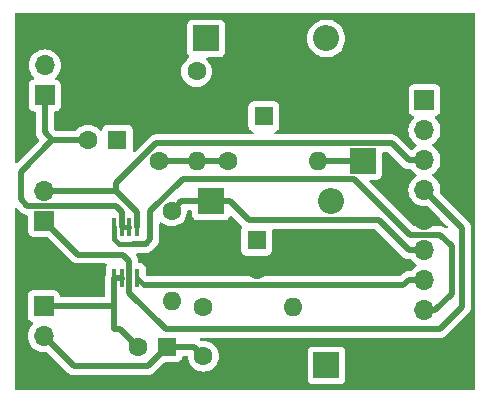
<source format=gtl>
G04 #@! TF.GenerationSoftware,KiCad,Pcbnew,7.0.10-7.0.10~ubuntu20.04.1*
G04 #@! TF.CreationDate,2024-06-13T14:39:57-03:00*
G04 #@! TF.ProjectId,Condicionamento_compacto_V01b,436f6e64-6963-4696-9f6e-616d656e746f,rev?*
G04 #@! TF.SameCoordinates,Original*
G04 #@! TF.FileFunction,Copper,L1,Top*
G04 #@! TF.FilePolarity,Positive*
%FSLAX46Y46*%
G04 Gerber Fmt 4.6, Leading zero omitted, Abs format (unit mm)*
G04 Created by KiCad (PCBNEW 7.0.10-7.0.10~ubuntu20.04.1) date 2024-06-13 14:39:57*
%MOMM*%
%LPD*%
G01*
G04 APERTURE LIST*
G04 #@! TA.AperFunction,ComponentPad*
%ADD10R,1.700000X1.700000*%
G04 #@! TD*
G04 #@! TA.AperFunction,ComponentPad*
%ADD11O,1.700000X1.700000*%
G04 #@! TD*
G04 #@! TA.AperFunction,ComponentPad*
%ADD12R,1.600000X1.600000*%
G04 #@! TD*
G04 #@! TA.AperFunction,ComponentPad*
%ADD13C,1.600000*%
G04 #@! TD*
G04 #@! TA.AperFunction,ComponentPad*
%ADD14O,1.600000X1.600000*%
G04 #@! TD*
G04 #@! TA.AperFunction,SMDPad,CuDef*
%ADD15R,0.431800X1.524000*%
G04 #@! TD*
G04 #@! TA.AperFunction,ComponentPad*
%ADD16R,2.200000X2.200000*%
G04 #@! TD*
G04 #@! TA.AperFunction,ComponentPad*
%ADD17O,2.200000X2.200000*%
G04 #@! TD*
G04 #@! TA.AperFunction,Conductor*
%ADD18C,0.500000*%
G04 #@! TD*
G04 #@! TA.AperFunction,Conductor*
%ADD19C,0.431600*%
G04 #@! TD*
G04 APERTURE END LIST*
D10*
X130100000Y-103225000D03*
D11*
X130100000Y-100685000D03*
D12*
X136300000Y-96400000D03*
D13*
X133800000Y-96400000D03*
X139800000Y-98200000D03*
D14*
X139800000Y-90580000D03*
D10*
X130050000Y-110450000D03*
D11*
X130050000Y-112990000D03*
X130050000Y-115530000D03*
D13*
X143590000Y-110500000D03*
D14*
X151210000Y-110500000D03*
D10*
X130150000Y-92625000D03*
D11*
X130150000Y-90085000D03*
X130150000Y-87545000D03*
D15*
X136025001Y-108071700D03*
X136674999Y-108071700D03*
X137325001Y-108071700D03*
X137974999Y-108071700D03*
X137974999Y-103728300D03*
X137325001Y-103728300D03*
X136674999Y-103728300D03*
X136025001Y-103728300D03*
D16*
X154000000Y-115480000D03*
D17*
X154000000Y-105320000D03*
D12*
X148700000Y-94400000D03*
D13*
X148700000Y-91900000D03*
D16*
X157100000Y-98180000D03*
D17*
X157100000Y-88020000D03*
D12*
X148100000Y-104900000D03*
D13*
X148100000Y-107400000D03*
D16*
X143820000Y-87800000D03*
D17*
X153980000Y-87800000D03*
D13*
X140900000Y-102390000D03*
D14*
X140900000Y-110010000D03*
D13*
X145690000Y-98200000D03*
D14*
X153310000Y-98200000D03*
D13*
X143000000Y-90590000D03*
D14*
X143000000Y-98210000D03*
D10*
X162300000Y-93020000D03*
D11*
X162300000Y-95560000D03*
X162300000Y-98100000D03*
X162300000Y-100640000D03*
X162300000Y-103180000D03*
X162300000Y-105720000D03*
X162300000Y-108260000D03*
X162300000Y-110800000D03*
D12*
X140505100Y-113900000D03*
D13*
X138005100Y-113900000D03*
D16*
X144220000Y-101600000D03*
D17*
X154380000Y-101600000D03*
D13*
X143590000Y-114700000D03*
D14*
X151210000Y-114700000D03*
D18*
X140505100Y-113900000D02*
X138865100Y-115540000D01*
X132600000Y-115540000D02*
X138865100Y-115540000D01*
X142790000Y-113900000D02*
X143590000Y-114700000D01*
X140505100Y-113900000D02*
X142790000Y-113900000D01*
X130050000Y-112990000D02*
X132600000Y-115540000D01*
X136655900Y-108052600D02*
X136044100Y-108052600D01*
X130050000Y-110450000D02*
X135975000Y-110450000D01*
X136521900Y-112416800D02*
X136025000Y-112416800D01*
X135975000Y-110450000D02*
X136025000Y-110500000D01*
X136044100Y-108052600D02*
X136025000Y-108071700D01*
X138005100Y-113900000D02*
X136521900Y-112416800D01*
X136025000Y-109333700D02*
X136025000Y-110500000D01*
X136025000Y-110500000D02*
X136025000Y-112416800D01*
X136025000Y-108071700D02*
X136025000Y-109333700D01*
D19*
X136675000Y-108071700D02*
X136655900Y-108052600D01*
D18*
X143000000Y-98210000D02*
X139810000Y-98210000D01*
X139810000Y-98210000D02*
X139800000Y-98200000D01*
X145680000Y-98210000D02*
X143000000Y-98210000D01*
X145690000Y-98200000D02*
X145680000Y-98210000D01*
X136675000Y-103728300D02*
X136675000Y-102466300D01*
X130150000Y-95750000D02*
X130800000Y-96400000D01*
X130150000Y-92625000D02*
X130150000Y-95750000D01*
D19*
X136675000Y-103728300D02*
X137325000Y-103728300D01*
D18*
X128670100Y-101970100D02*
X128100000Y-101400000D01*
X130800000Y-96400000D02*
X133800000Y-96400000D01*
X136178800Y-101970100D02*
X128670100Y-101970100D01*
X136675000Y-102466300D02*
X136178800Y-101970100D01*
X128100000Y-99100000D02*
X130800000Y-96400000D01*
X128100000Y-101400000D02*
X128100000Y-99100000D01*
X153310000Y-98200000D02*
X155480000Y-98200000D01*
X157100000Y-98180000D02*
X155500000Y-98180000D01*
X155480000Y-98200000D02*
X155500000Y-98180000D01*
X145820000Y-101600000D02*
X147420000Y-103200000D01*
X158430000Y-103200000D02*
X160950000Y-105720000D01*
X145020000Y-101600000D02*
X144220000Y-101600000D01*
X162300000Y-105720000D02*
X160950000Y-105720000D01*
X145020000Y-101600000D02*
X145820000Y-101600000D01*
X140900000Y-102390000D02*
X141690000Y-101600000D01*
X141690000Y-101600000D02*
X144220000Y-101600000D01*
X147420000Y-103200000D02*
X158430000Y-103200000D01*
X139611300Y-96667200D02*
X136208700Y-100069800D01*
X130100000Y-100685000D02*
X136193700Y-100685000D01*
X137975000Y-103728300D02*
X137975000Y-102466300D01*
X136193700Y-100685000D02*
X136208700Y-100700000D01*
X136208700Y-100069800D02*
X136208700Y-100700000D01*
X160950000Y-98100000D02*
X159517200Y-96667200D01*
X136208700Y-100700000D02*
X137975000Y-102466300D01*
X159517200Y-96667200D02*
X139611300Y-96667200D01*
X162300000Y-98100000D02*
X160950000Y-98100000D01*
X136800000Y-106100000D02*
X132975000Y-106100000D01*
X137305900Y-106605900D02*
X136800000Y-106100000D01*
X165500000Y-110500000D02*
X163600000Y-112400000D01*
X165500000Y-103840000D02*
X165500000Y-110500000D01*
X137325001Y-109333701D02*
X137325001Y-108071700D01*
X163600000Y-112400000D02*
X140391300Y-112400000D01*
X132975000Y-106100000D02*
X130100000Y-103225000D01*
X137325001Y-108071700D02*
X137305900Y-108052599D01*
X140391300Y-112400000D02*
X137325001Y-109333701D01*
X137305900Y-108052599D02*
X137305900Y-106605900D01*
X162300000Y-100640000D02*
X165500000Y-103840000D01*
X160510000Y-108700000D02*
X138603300Y-108700000D01*
X162300000Y-108260000D02*
X160950000Y-108260000D01*
X138603300Y-108700000D02*
X138586600Y-108683300D01*
D19*
X138586600Y-108683300D02*
X137975000Y-108071700D01*
D18*
X160950000Y-108260000D02*
X160510000Y-108700000D01*
D19*
X136025000Y-103728300D02*
X136025000Y-104787801D01*
D18*
X141829100Y-99700000D02*
X156299600Y-99700000D01*
X138700000Y-105200000D02*
X139100000Y-104800000D01*
X137600000Y-105200000D02*
X138700000Y-105200000D01*
D19*
X136025000Y-104787801D02*
X136437199Y-105200000D01*
D18*
X139100000Y-104800000D02*
X139100000Y-102429100D01*
X163650000Y-104450000D02*
X164600000Y-105400000D01*
X139100000Y-102429100D02*
X141829100Y-99700000D01*
X156299600Y-99700000D02*
X161049600Y-104450000D01*
X161049600Y-104450000D02*
X163650000Y-104450000D01*
X163200000Y-110800000D02*
X162300000Y-110800000D01*
D19*
X136437199Y-105200000D02*
X137600000Y-105200000D01*
D18*
X164600000Y-109400000D02*
X163200000Y-110800000D01*
X164600000Y-105400000D02*
X164600000Y-109400000D01*
G04 #@! TA.AperFunction,Conductor*
G36*
X166542539Y-85620185D02*
G01*
X166588294Y-85672989D01*
X166599500Y-85724500D01*
X166599500Y-117475500D01*
X166579815Y-117542539D01*
X166527011Y-117588294D01*
X166475500Y-117599500D01*
X127724500Y-117599500D01*
X127657461Y-117579815D01*
X127611706Y-117527011D01*
X127600500Y-117475500D01*
X127600500Y-116627870D01*
X152399500Y-116627870D01*
X152399501Y-116627876D01*
X152405908Y-116687483D01*
X152456202Y-116822328D01*
X152456206Y-116822335D01*
X152542452Y-116937544D01*
X152542455Y-116937547D01*
X152657664Y-117023793D01*
X152657671Y-117023797D01*
X152792517Y-117074091D01*
X152792516Y-117074091D01*
X152799444Y-117074835D01*
X152852127Y-117080500D01*
X155147872Y-117080499D01*
X155207483Y-117074091D01*
X155342331Y-117023796D01*
X155457546Y-116937546D01*
X155543796Y-116822331D01*
X155594091Y-116687483D01*
X155600500Y-116627873D01*
X155600499Y-114332128D01*
X155594091Y-114272517D01*
X155590878Y-114263903D01*
X155543797Y-114137671D01*
X155543793Y-114137664D01*
X155457547Y-114022455D01*
X155457544Y-114022452D01*
X155342335Y-113936206D01*
X155342328Y-113936202D01*
X155207482Y-113885908D01*
X155207483Y-113885908D01*
X155147883Y-113879501D01*
X155147881Y-113879500D01*
X155147873Y-113879500D01*
X155147864Y-113879500D01*
X152852129Y-113879500D01*
X152852123Y-113879501D01*
X152792516Y-113885908D01*
X152657671Y-113936202D01*
X152657664Y-113936206D01*
X152542455Y-114022452D01*
X152542452Y-114022455D01*
X152456206Y-114137664D01*
X152456202Y-114137671D01*
X152405908Y-114272517D01*
X152400259Y-114325063D01*
X152399501Y-114332123D01*
X152399500Y-114332135D01*
X152399500Y-116627870D01*
X127600500Y-116627870D01*
X127600500Y-102261229D01*
X127620185Y-102194190D01*
X127672989Y-102148435D01*
X127742147Y-102138491D01*
X127805703Y-102167516D01*
X127812181Y-102173548D01*
X128094368Y-102455735D01*
X128106149Y-102469367D01*
X128120490Y-102488630D01*
X128158443Y-102520476D01*
X128166419Y-102527786D01*
X128170319Y-102531687D01*
X128194644Y-102550921D01*
X128197440Y-102553199D01*
X128225162Y-102576460D01*
X128254886Y-102601402D01*
X128254894Y-102601406D01*
X128260924Y-102605373D01*
X128260890Y-102605423D01*
X128267237Y-102609466D01*
X128267269Y-102609416D01*
X128273421Y-102613210D01*
X128273422Y-102613210D01*
X128273423Y-102613211D01*
X128280877Y-102616687D01*
X128341394Y-102644906D01*
X128344610Y-102646462D01*
X128411667Y-102680140D01*
X128411676Y-102680142D01*
X128418455Y-102682610D01*
X128418434Y-102682667D01*
X128425551Y-102685140D01*
X128425570Y-102685084D01*
X128432424Y-102687355D01*
X128432425Y-102687355D01*
X128432427Y-102687356D01*
X128505948Y-102702536D01*
X128509309Y-102703281D01*
X128582379Y-102720600D01*
X128582385Y-102720600D01*
X128589552Y-102721438D01*
X128589545Y-102721497D01*
X128597046Y-102722263D01*
X128597052Y-102722204D01*
X128604241Y-102722832D01*
X128604244Y-102722833D01*
X128604246Y-102722832D01*
X128604247Y-102722833D01*
X128621892Y-102722320D01*
X128689475Y-102740045D01*
X128736748Y-102791495D01*
X128749500Y-102846267D01*
X128749500Y-104122870D01*
X128749501Y-104122876D01*
X128755908Y-104182483D01*
X128806202Y-104317328D01*
X128806206Y-104317335D01*
X128892452Y-104432544D01*
X128892455Y-104432547D01*
X129007664Y-104518793D01*
X129007671Y-104518797D01*
X129142517Y-104569091D01*
X129142516Y-104569091D01*
X129149444Y-104569835D01*
X129202127Y-104575500D01*
X130337769Y-104575499D01*
X130404808Y-104595184D01*
X130425450Y-104611818D01*
X132399270Y-106585638D01*
X132411051Y-106599270D01*
X132425388Y-106618528D01*
X132463337Y-106650372D01*
X132471310Y-106657679D01*
X132475217Y-106661586D01*
X132475223Y-106661591D01*
X132499537Y-106680816D01*
X132502318Y-106683080D01*
X132529956Y-106706271D01*
X132559789Y-106731305D01*
X132565818Y-106735270D01*
X132565785Y-106735319D01*
X132572147Y-106739372D01*
X132572179Y-106739321D01*
X132578319Y-106743108D01*
X132578323Y-106743111D01*
X132616977Y-106761135D01*
X132646320Y-106774819D01*
X132649566Y-106776391D01*
X132716562Y-106810038D01*
X132723357Y-106812511D01*
X132723336Y-106812567D01*
X132730457Y-106815043D01*
X132730476Y-106814986D01*
X132737319Y-106817253D01*
X132737327Y-106817257D01*
X132810895Y-106832447D01*
X132814228Y-106833186D01*
X132887279Y-106850500D01*
X132887281Y-106850500D01*
X132887285Y-106850501D01*
X132894453Y-106851339D01*
X132894446Y-106851398D01*
X132901944Y-106852164D01*
X132901950Y-106852105D01*
X132909139Y-106852734D01*
X132909143Y-106852733D01*
X132909144Y-106852734D01*
X132984130Y-106850552D01*
X132987737Y-106850500D01*
X135279931Y-106850500D01*
X135346970Y-106870185D01*
X135392725Y-106922989D01*
X135402669Y-106992147D01*
X135379197Y-107048812D01*
X135365305Y-107067368D01*
X135365303Y-107067371D01*
X135315009Y-107202217D01*
X135308602Y-107261816D01*
X135308602Y-107261823D01*
X135308601Y-107261835D01*
X135308601Y-107817202D01*
X135306039Y-107842280D01*
X135292573Y-107907489D01*
X135291793Y-107911004D01*
X135274499Y-107983979D01*
X135273661Y-107991154D01*
X135273601Y-107991147D01*
X135272835Y-107998645D01*
X135272895Y-107998651D01*
X135272265Y-108005840D01*
X135274448Y-108080828D01*
X135274500Y-108084435D01*
X135274500Y-109575500D01*
X135254815Y-109642539D01*
X135202011Y-109688294D01*
X135150500Y-109699500D01*
X131524499Y-109699500D01*
X131457460Y-109679815D01*
X131411705Y-109627011D01*
X131400499Y-109575500D01*
X131400499Y-109552129D01*
X131400498Y-109552123D01*
X131400497Y-109552116D01*
X131394091Y-109492517D01*
X131390542Y-109483002D01*
X131343797Y-109357671D01*
X131343793Y-109357664D01*
X131257547Y-109242455D01*
X131257544Y-109242452D01*
X131142335Y-109156206D01*
X131142328Y-109156202D01*
X131007482Y-109105908D01*
X131007483Y-109105908D01*
X130947883Y-109099501D01*
X130947881Y-109099500D01*
X130947873Y-109099500D01*
X130947864Y-109099500D01*
X129152129Y-109099500D01*
X129152123Y-109099501D01*
X129092516Y-109105908D01*
X128957671Y-109156202D01*
X128957664Y-109156206D01*
X128842455Y-109242452D01*
X128842452Y-109242455D01*
X128756206Y-109357664D01*
X128756202Y-109357671D01*
X128705908Y-109492517D01*
X128701154Y-109536743D01*
X128699501Y-109552123D01*
X128699500Y-109552135D01*
X128699500Y-111347870D01*
X128699501Y-111347876D01*
X128705908Y-111407483D01*
X128756202Y-111542328D01*
X128756206Y-111542335D01*
X128842452Y-111657544D01*
X128842455Y-111657547D01*
X128957664Y-111743793D01*
X128957671Y-111743797D01*
X129089081Y-111792810D01*
X129145015Y-111834681D01*
X129169432Y-111900145D01*
X129154580Y-111968418D01*
X129133430Y-111996673D01*
X129011503Y-112118600D01*
X128875965Y-112312169D01*
X128875964Y-112312171D01*
X128806689Y-112460733D01*
X128776430Y-112525624D01*
X128776098Y-112526335D01*
X128776094Y-112526344D01*
X128714938Y-112754586D01*
X128714936Y-112754596D01*
X128694341Y-112989999D01*
X128694341Y-112990000D01*
X128714936Y-113225403D01*
X128714938Y-113225413D01*
X128776094Y-113453655D01*
X128776096Y-113453659D01*
X128776097Y-113453663D01*
X128785236Y-113473261D01*
X128875965Y-113667830D01*
X128875967Y-113667834D01*
X128898458Y-113699954D01*
X129011505Y-113861401D01*
X129178599Y-114028495D01*
X129275384Y-114096265D01*
X129372165Y-114164032D01*
X129372167Y-114164033D01*
X129372170Y-114164035D01*
X129586337Y-114263903D01*
X129586343Y-114263904D01*
X129586344Y-114263905D01*
X129618485Y-114272517D01*
X129814592Y-114325063D01*
X130002918Y-114341539D01*
X130049999Y-114345659D01*
X130050000Y-114345659D01*
X130050001Y-114345659D01*
X130085284Y-114342571D01*
X130263013Y-114327022D01*
X130331512Y-114340788D01*
X130361501Y-114362869D01*
X132024267Y-116025634D01*
X132036048Y-116039266D01*
X132050390Y-116058530D01*
X132088343Y-116090376D01*
X132096319Y-116097686D01*
X132100220Y-116101588D01*
X132124543Y-116120820D01*
X132127304Y-116123069D01*
X132164302Y-116154114D01*
X132184789Y-116171305D01*
X132190818Y-116175270D01*
X132190785Y-116175319D01*
X132197143Y-116179369D01*
X132197175Y-116179319D01*
X132203317Y-116183107D01*
X132203319Y-116183108D01*
X132203323Y-116183111D01*
X132271315Y-116214816D01*
X132274560Y-116216388D01*
X132291338Y-116224814D01*
X132341567Y-116250040D01*
X132341569Y-116250040D01*
X132348361Y-116252513D01*
X132348340Y-116252570D01*
X132355455Y-116255043D01*
X132355475Y-116254986D01*
X132362323Y-116257254D01*
X132362328Y-116257257D01*
X132435852Y-116272437D01*
X132439286Y-116273199D01*
X132461814Y-116278539D01*
X132512274Y-116290499D01*
X132512275Y-116290499D01*
X132512279Y-116290500D01*
X132512283Y-116290500D01*
X132519452Y-116291338D01*
X132519444Y-116291397D01*
X132526945Y-116292164D01*
X132526951Y-116292105D01*
X132534140Y-116292734D01*
X132534144Y-116292733D01*
X132534145Y-116292734D01*
X132609131Y-116290552D01*
X132612738Y-116290500D01*
X138801395Y-116290500D01*
X138819365Y-116291809D01*
X138843123Y-116295289D01*
X138892469Y-116290971D01*
X138903276Y-116290500D01*
X138908804Y-116290500D01*
X138908809Y-116290500D01*
X138939656Y-116286893D01*
X138943130Y-116286539D01*
X139017897Y-116279999D01*
X139017905Y-116279996D01*
X139024966Y-116278539D01*
X139024978Y-116278598D01*
X139032343Y-116276965D01*
X139032329Y-116276906D01*
X139039349Y-116275241D01*
X139039355Y-116275241D01*
X139109879Y-116249572D01*
X139113217Y-116248412D01*
X139184434Y-116224814D01*
X139184442Y-116224808D01*
X139190982Y-116221760D01*
X139191008Y-116221816D01*
X139197790Y-116218532D01*
X139197763Y-116218478D01*
X139204213Y-116215238D01*
X139204217Y-116215237D01*
X139266937Y-116173984D01*
X139269832Y-116172140D01*
X139333756Y-116132712D01*
X139333762Y-116132705D01*
X139339425Y-116128229D01*
X139339462Y-116128277D01*
X139345304Y-116123518D01*
X139345264Y-116123471D01*
X139350786Y-116118835D01*
X139350796Y-116118830D01*
X139402285Y-116064253D01*
X139404732Y-116061734D01*
X140229648Y-115236817D01*
X140290971Y-115203333D01*
X140317329Y-115200499D01*
X141352971Y-115200499D01*
X141352972Y-115200499D01*
X141412583Y-115194091D01*
X141547431Y-115143796D01*
X141662646Y-115057546D01*
X141748896Y-114942331D01*
X141799191Y-114807483D01*
X141804162Y-114761242D01*
X141830899Y-114696694D01*
X141888291Y-114656846D01*
X141927451Y-114650500D01*
X142166576Y-114650500D01*
X142233615Y-114670185D01*
X142279370Y-114722989D01*
X142290104Y-114763692D01*
X142304364Y-114926687D01*
X142304366Y-114926697D01*
X142363258Y-115146488D01*
X142363261Y-115146497D01*
X142459431Y-115352732D01*
X142459432Y-115352734D01*
X142589954Y-115539141D01*
X142750858Y-115700045D01*
X142750861Y-115700047D01*
X142937266Y-115830568D01*
X143143504Y-115926739D01*
X143363308Y-115985635D01*
X143525230Y-115999801D01*
X143589998Y-116005468D01*
X143590000Y-116005468D01*
X143590002Y-116005468D01*
X143646673Y-116000509D01*
X143816692Y-115985635D01*
X144036496Y-115926739D01*
X144242734Y-115830568D01*
X144429139Y-115700047D01*
X144590047Y-115539139D01*
X144720568Y-115352734D01*
X144816739Y-115146496D01*
X144875635Y-114926692D01*
X144895468Y-114700000D01*
X144892019Y-114660583D01*
X144882584Y-114552734D01*
X144875635Y-114473308D01*
X144830916Y-114306415D01*
X144816741Y-114253511D01*
X144816738Y-114253502D01*
X144720568Y-114047266D01*
X144590047Y-113860861D01*
X144590045Y-113860858D01*
X144429141Y-113699954D01*
X144242734Y-113569432D01*
X144242732Y-113569431D01*
X144036497Y-113473261D01*
X144036488Y-113473258D01*
X143816697Y-113414366D01*
X143816693Y-113414365D01*
X143816692Y-113414365D01*
X143816691Y-113414364D01*
X143816686Y-113414364D01*
X143629961Y-113398028D01*
X143590873Y-113382738D01*
X143574165Y-113393477D01*
X143550036Y-113398028D01*
X143428513Y-113408659D01*
X143360014Y-113394892D01*
X143338003Y-113380122D01*
X143325329Y-113369487D01*
X143286629Y-113311316D01*
X143285522Y-113241455D01*
X143322361Y-113182085D01*
X143385448Y-113152057D01*
X143405038Y-113150500D01*
X143539230Y-113150500D01*
X143591667Y-113165897D01*
X143616336Y-113152931D01*
X143640768Y-113150500D01*
X163536295Y-113150500D01*
X163554265Y-113151809D01*
X163578023Y-113155289D01*
X163627369Y-113150971D01*
X163638176Y-113150500D01*
X163643704Y-113150500D01*
X163643709Y-113150500D01*
X163674556Y-113146893D01*
X163678030Y-113146539D01*
X163752797Y-113139999D01*
X163752805Y-113139996D01*
X163759866Y-113138539D01*
X163759878Y-113138598D01*
X163767243Y-113136965D01*
X163767229Y-113136906D01*
X163774249Y-113135241D01*
X163774255Y-113135241D01*
X163844779Y-113109572D01*
X163848117Y-113108412D01*
X163919334Y-113084814D01*
X163919342Y-113084808D01*
X163925882Y-113081760D01*
X163925908Y-113081816D01*
X163932690Y-113078532D01*
X163932663Y-113078478D01*
X163939113Y-113075238D01*
X163939117Y-113075237D01*
X164001837Y-113033984D01*
X164004732Y-113032140D01*
X164068656Y-112992712D01*
X164068662Y-112992705D01*
X164074325Y-112988229D01*
X164074363Y-112988277D01*
X164080200Y-112983522D01*
X164080161Y-112983475D01*
X164085691Y-112978833D01*
X164085696Y-112978830D01*
X164137184Y-112924254D01*
X164139631Y-112921735D01*
X165985642Y-111075724D01*
X165999271Y-111063947D01*
X166018530Y-111049610D01*
X166050360Y-111011676D01*
X166057677Y-111003691D01*
X166061587Y-110999781D01*
X166061587Y-110999780D01*
X166061591Y-110999777D01*
X166080833Y-110975438D01*
X166083069Y-110972693D01*
X166131302Y-110915214D01*
X166131307Y-110915203D01*
X166135274Y-110909175D01*
X166135325Y-110909208D01*
X166139372Y-110902856D01*
X166139320Y-110902824D01*
X166143108Y-110896680D01*
X166143111Y-110896677D01*
X166174821Y-110828673D01*
X166176362Y-110825488D01*
X166210040Y-110758433D01*
X166210043Y-110758417D01*
X166212509Y-110751646D01*
X166212567Y-110751667D01*
X166215043Y-110744546D01*
X166214986Y-110744528D01*
X166217256Y-110737677D01*
X166219525Y-110726687D01*
X166232447Y-110664102D01*
X166233179Y-110660798D01*
X166250500Y-110587721D01*
X166250500Y-110587712D01*
X166251338Y-110580548D01*
X166251398Y-110580555D01*
X166252164Y-110573055D01*
X166252105Y-110573050D01*
X166252734Y-110565860D01*
X166252408Y-110554671D01*
X166250552Y-110490869D01*
X166250500Y-110487262D01*
X166250500Y-103903705D01*
X166251809Y-103885735D01*
X166255289Y-103861974D01*
X166252104Y-103825575D01*
X166250971Y-103812632D01*
X166250500Y-103801826D01*
X166250500Y-103796296D01*
X166250500Y-103796291D01*
X166246898Y-103765478D01*
X166246534Y-103761915D01*
X166245829Y-103753852D01*
X166239998Y-103687202D01*
X166239995Y-103687195D01*
X166238538Y-103680133D01*
X166238597Y-103680120D01*
X166236967Y-103672764D01*
X166236908Y-103672779D01*
X166235241Y-103665747D01*
X166235241Y-103665745D01*
X166209563Y-103595196D01*
X166208424Y-103591918D01*
X166184814Y-103520665D01*
X166184813Y-103520663D01*
X166181763Y-103514121D01*
X166181817Y-103514095D01*
X166178533Y-103507312D01*
X166178480Y-103507340D01*
X166175238Y-103500885D01*
X166167505Y-103489127D01*
X166133994Y-103438176D01*
X166132118Y-103435232D01*
X166092711Y-103371344D01*
X166092708Y-103371341D01*
X166088233Y-103365681D01*
X166088280Y-103365643D01*
X166083519Y-103359799D01*
X166083474Y-103359838D01*
X166078831Y-103354305D01*
X166024272Y-103302831D01*
X166021685Y-103300318D01*
X163672869Y-100951501D01*
X163639384Y-100890178D01*
X163637022Y-100853012D01*
X163637330Y-100849500D01*
X163655659Y-100640000D01*
X163635063Y-100404592D01*
X163573903Y-100176337D01*
X163474035Y-99962171D01*
X163440877Y-99914815D01*
X163338494Y-99768597D01*
X163171402Y-99601506D01*
X163171396Y-99601501D01*
X162985842Y-99471575D01*
X162942217Y-99416998D01*
X162935023Y-99347500D01*
X162966546Y-99285145D01*
X162985842Y-99268425D01*
X163008026Y-99252891D01*
X163171401Y-99138495D01*
X163338495Y-98971401D01*
X163474035Y-98777830D01*
X163573903Y-98563663D01*
X163635063Y-98335408D01*
X163655659Y-98100000D01*
X163635063Y-97864592D01*
X163573903Y-97636337D01*
X163474035Y-97422171D01*
X163470905Y-97417700D01*
X163338494Y-97228597D01*
X163171402Y-97061506D01*
X163171396Y-97061501D01*
X162985842Y-96931575D01*
X162942217Y-96876998D01*
X162935023Y-96807500D01*
X162966546Y-96745145D01*
X162985842Y-96728425D01*
X163008026Y-96712891D01*
X163171401Y-96598495D01*
X163338495Y-96431401D01*
X163474035Y-96237830D01*
X163573903Y-96023663D01*
X163635063Y-95795408D01*
X163655659Y-95560000D01*
X163635063Y-95324592D01*
X163573903Y-95096337D01*
X163474035Y-94882171D01*
X163338495Y-94688599D01*
X163216567Y-94566671D01*
X163183084Y-94505351D01*
X163188068Y-94435659D01*
X163229939Y-94379725D01*
X163260915Y-94362810D01*
X163392331Y-94313796D01*
X163507546Y-94227546D01*
X163593796Y-94112331D01*
X163644091Y-93977483D01*
X163650500Y-93917873D01*
X163650499Y-92122128D01*
X163644091Y-92062517D01*
X163593796Y-91927669D01*
X163593795Y-91927668D01*
X163593793Y-91927664D01*
X163507547Y-91812455D01*
X163507544Y-91812452D01*
X163392335Y-91726206D01*
X163392328Y-91726202D01*
X163257482Y-91675908D01*
X163257483Y-91675908D01*
X163197883Y-91669501D01*
X163197881Y-91669500D01*
X163197873Y-91669500D01*
X163197864Y-91669500D01*
X161402129Y-91669500D01*
X161402123Y-91669501D01*
X161342516Y-91675908D01*
X161207671Y-91726202D01*
X161207664Y-91726206D01*
X161092455Y-91812452D01*
X161092452Y-91812455D01*
X161006206Y-91927664D01*
X161006202Y-91927671D01*
X160955908Y-92062517D01*
X160949501Y-92122116D01*
X160949501Y-92122123D01*
X160949500Y-92122135D01*
X160949500Y-93917870D01*
X160949501Y-93917876D01*
X160955908Y-93977483D01*
X161006202Y-94112328D01*
X161006206Y-94112335D01*
X161092452Y-94227544D01*
X161092455Y-94227547D01*
X161207664Y-94313793D01*
X161207671Y-94313797D01*
X161339081Y-94362810D01*
X161395015Y-94404681D01*
X161419432Y-94470145D01*
X161404580Y-94538418D01*
X161383430Y-94566673D01*
X161261503Y-94688600D01*
X161125965Y-94882169D01*
X161125964Y-94882171D01*
X161026098Y-95096335D01*
X161026094Y-95096344D01*
X160964938Y-95324586D01*
X160964936Y-95324596D01*
X160944341Y-95559999D01*
X160944341Y-95560000D01*
X160964936Y-95795403D01*
X160964938Y-95795413D01*
X161026094Y-96023655D01*
X161026096Y-96023659D01*
X161026097Y-96023663D01*
X161085841Y-96151784D01*
X161125965Y-96237830D01*
X161125967Y-96237834D01*
X161261501Y-96431395D01*
X161261506Y-96431402D01*
X161428597Y-96598493D01*
X161428603Y-96598498D01*
X161614158Y-96728425D01*
X161657783Y-96783002D01*
X161664977Y-96852500D01*
X161633454Y-96914855D01*
X161614158Y-96931575D01*
X161428600Y-97061503D01*
X161288416Y-97201687D01*
X161227093Y-97235171D01*
X161157401Y-97230187D01*
X161113054Y-97201686D01*
X160092929Y-96181561D01*
X160081149Y-96167930D01*
X160066810Y-96148670D01*
X160028851Y-96116819D01*
X160020886Y-96109518D01*
X160016980Y-96105611D01*
X159992643Y-96086368D01*
X159989847Y-96084090D01*
X159932414Y-96035898D01*
X159926380Y-96031929D01*
X159926412Y-96031880D01*
X159920053Y-96027828D01*
X159920022Y-96027879D01*
X159913880Y-96024091D01*
X159913878Y-96024090D01*
X159913877Y-96024089D01*
X159845888Y-95992384D01*
X159842647Y-95990815D01*
X159811730Y-95975288D01*
X159775633Y-95957160D01*
X159775631Y-95957159D01*
X159775630Y-95957159D01*
X159768845Y-95954689D01*
X159768865Y-95954633D01*
X159761749Y-95952159D01*
X159761731Y-95952215D01*
X159754874Y-95949943D01*
X159681410Y-95934773D01*
X159677893Y-95933993D01*
X159604918Y-95916699D01*
X159597747Y-95915861D01*
X159597753Y-95915801D01*
X159590255Y-95915035D01*
X159590250Y-95915095D01*
X159583060Y-95914465D01*
X159508070Y-95916648D01*
X159504463Y-95916700D01*
X149697932Y-95916700D01*
X149630893Y-95897015D01*
X149585138Y-95844211D01*
X149575194Y-95775053D01*
X149604219Y-95711497D01*
X149654599Y-95676518D01*
X149742328Y-95643797D01*
X149742327Y-95643797D01*
X149742331Y-95643796D01*
X149857546Y-95557546D01*
X149943796Y-95442331D01*
X149994091Y-95307483D01*
X150000500Y-95247873D01*
X150000499Y-93552128D01*
X149994091Y-93492517D01*
X149943796Y-93357669D01*
X149943795Y-93357668D01*
X149943793Y-93357664D01*
X149857547Y-93242455D01*
X149857544Y-93242452D01*
X149742335Y-93156206D01*
X149742328Y-93156202D01*
X149607482Y-93105908D01*
X149607483Y-93105908D01*
X149547883Y-93099501D01*
X149547881Y-93099500D01*
X149547873Y-93099500D01*
X149547864Y-93099500D01*
X147852129Y-93099500D01*
X147852123Y-93099501D01*
X147792516Y-93105908D01*
X147657671Y-93156202D01*
X147657664Y-93156206D01*
X147542455Y-93242452D01*
X147542452Y-93242455D01*
X147456206Y-93357664D01*
X147456202Y-93357671D01*
X147405908Y-93492517D01*
X147402644Y-93522883D01*
X147399501Y-93552123D01*
X147399500Y-93552135D01*
X147399500Y-95247870D01*
X147399501Y-95247876D01*
X147405908Y-95307483D01*
X147456202Y-95442328D01*
X147456206Y-95442335D01*
X147542452Y-95557544D01*
X147542455Y-95557547D01*
X147657664Y-95643793D01*
X147657671Y-95643797D01*
X147745401Y-95676518D01*
X147801335Y-95718389D01*
X147825752Y-95783853D01*
X147810901Y-95852126D01*
X147761496Y-95901532D01*
X147702068Y-95916700D01*
X139675005Y-95916700D01*
X139657035Y-95915391D01*
X139633272Y-95911910D01*
X139588126Y-95915861D01*
X139583930Y-95916228D01*
X139573124Y-95916700D01*
X139567584Y-95916700D01*
X139536801Y-95920298D01*
X139533216Y-95920664D01*
X139458499Y-95927201D01*
X139451432Y-95928660D01*
X139451420Y-95928604D01*
X139444063Y-95930235D01*
X139444077Y-95930292D01*
X139437040Y-95931960D01*
X139366531Y-95957621D01*
X139363130Y-95958803D01*
X139291968Y-95982384D01*
X139285426Y-95985435D01*
X139285401Y-95985383D01*
X139278608Y-95988671D01*
X139278634Y-95988722D01*
X139272186Y-95991960D01*
X139209528Y-96033170D01*
X139206491Y-96035105D01*
X139142644Y-96074488D01*
X139136977Y-96078969D01*
X139136941Y-96078923D01*
X139131098Y-96083684D01*
X139131135Y-96083728D01*
X139125610Y-96088364D01*
X139125604Y-96088369D01*
X139125604Y-96088370D01*
X139102033Y-96113353D01*
X139074148Y-96142909D01*
X139071636Y-96145494D01*
X137804621Y-97412509D01*
X137743298Y-97445994D01*
X137673606Y-97441010D01*
X137617673Y-97399138D01*
X137593256Y-97333674D01*
X137593651Y-97311572D01*
X137594887Y-97300083D01*
X137600500Y-97247873D01*
X137600499Y-95552128D01*
X137594091Y-95492517D01*
X137575374Y-95442335D01*
X137543797Y-95357671D01*
X137543793Y-95357664D01*
X137457547Y-95242455D01*
X137457544Y-95242452D01*
X137342335Y-95156206D01*
X137342328Y-95156202D01*
X137207482Y-95105908D01*
X137207483Y-95105908D01*
X137147883Y-95099501D01*
X137147881Y-95099500D01*
X137147873Y-95099500D01*
X137147864Y-95099500D01*
X135452129Y-95099500D01*
X135452123Y-95099501D01*
X135392516Y-95105908D01*
X135257671Y-95156202D01*
X135257664Y-95156206D01*
X135142455Y-95242452D01*
X135142452Y-95242455D01*
X135056206Y-95357664D01*
X135056202Y-95357671D01*
X135005909Y-95492513D01*
X135004632Y-95497922D01*
X134970058Y-95558638D01*
X134908147Y-95591023D01*
X134838556Y-95584796D01*
X134796274Y-95557087D01*
X134639141Y-95399954D01*
X134452734Y-95269432D01*
X134452732Y-95269431D01*
X134246497Y-95173261D01*
X134246488Y-95173258D01*
X134026697Y-95114366D01*
X134026693Y-95114365D01*
X134026692Y-95114365D01*
X134026691Y-95114364D01*
X134026686Y-95114364D01*
X133800002Y-95094532D01*
X133799998Y-95094532D01*
X133573313Y-95114364D01*
X133573302Y-95114366D01*
X133353511Y-95173258D01*
X133353502Y-95173261D01*
X133147267Y-95269431D01*
X133147265Y-95269432D01*
X132960858Y-95399954D01*
X132799954Y-95560858D01*
X132774912Y-95596623D01*
X132720335Y-95640248D01*
X132673337Y-95649500D01*
X131162229Y-95649500D01*
X131095190Y-95629815D01*
X131074553Y-95613185D01*
X130936817Y-95475449D01*
X130903334Y-95414128D01*
X130900500Y-95387770D01*
X130900500Y-94099499D01*
X130920185Y-94032460D01*
X130972989Y-93986705D01*
X131024500Y-93975499D01*
X131047871Y-93975499D01*
X131047872Y-93975499D01*
X131107483Y-93969091D01*
X131242331Y-93918796D01*
X131357546Y-93832546D01*
X131443796Y-93717331D01*
X131494091Y-93582483D01*
X131500500Y-93522873D01*
X131500499Y-91727128D01*
X131494091Y-91667517D01*
X131443796Y-91532669D01*
X131443795Y-91532668D01*
X131443793Y-91532664D01*
X131357547Y-91417455D01*
X131357544Y-91417452D01*
X131242335Y-91331206D01*
X131242328Y-91331202D01*
X131110917Y-91282189D01*
X131054983Y-91240318D01*
X131030566Y-91174853D01*
X131045418Y-91106580D01*
X131066563Y-91078332D01*
X131188495Y-90956401D01*
X131324035Y-90762830D01*
X131404627Y-90590001D01*
X141694532Y-90590001D01*
X141714364Y-90816686D01*
X141714366Y-90816697D01*
X141773258Y-91036488D01*
X141773261Y-91036497D01*
X141869431Y-91242732D01*
X141869432Y-91242734D01*
X141999954Y-91429141D01*
X142160858Y-91590045D01*
X142160861Y-91590047D01*
X142347266Y-91720568D01*
X142553504Y-91816739D01*
X142773308Y-91875635D01*
X142935230Y-91889801D01*
X142999998Y-91895468D01*
X143000000Y-91895468D01*
X143000002Y-91895468D01*
X143056673Y-91890509D01*
X143226692Y-91875635D01*
X143446496Y-91816739D01*
X143652734Y-91720568D01*
X143839139Y-91590047D01*
X144000047Y-91429139D01*
X144130568Y-91242734D01*
X144226739Y-91036496D01*
X144285635Y-90816692D01*
X144305468Y-90590000D01*
X144301851Y-90548663D01*
X144285635Y-90363313D01*
X144285635Y-90363308D01*
X144226739Y-90143504D01*
X144130568Y-89937266D01*
X144000047Y-89750861D01*
X144000045Y-89750858D01*
X143861367Y-89612180D01*
X143827882Y-89550857D01*
X143832866Y-89481165D01*
X143874738Y-89425232D01*
X143940202Y-89400815D01*
X143949048Y-89400499D01*
X144967871Y-89400499D01*
X144967872Y-89400499D01*
X145027483Y-89394091D01*
X145162331Y-89343796D01*
X145277546Y-89257546D01*
X145363796Y-89142331D01*
X145414091Y-89007483D01*
X145420500Y-88947873D01*
X145420499Y-87800000D01*
X152374551Y-87800000D01*
X152394317Y-88051151D01*
X152453126Y-88296110D01*
X152549533Y-88528859D01*
X152681160Y-88743653D01*
X152681161Y-88743656D01*
X152736604Y-88808571D01*
X152844776Y-88935224D01*
X152993066Y-89061875D01*
X153036343Y-89098838D01*
X153036346Y-89098839D01*
X153251140Y-89230466D01*
X153442784Y-89309847D01*
X153483889Y-89326873D01*
X153728852Y-89385683D01*
X153980000Y-89405449D01*
X154231148Y-89385683D01*
X154476111Y-89326873D01*
X154708859Y-89230466D01*
X154923659Y-89098836D01*
X155115224Y-88935224D01*
X155278836Y-88743659D01*
X155410466Y-88528859D01*
X155506873Y-88296111D01*
X155565683Y-88051148D01*
X155585449Y-87800000D01*
X155565683Y-87548852D01*
X155506873Y-87303889D01*
X155410466Y-87071141D01*
X155410466Y-87071140D01*
X155278839Y-86856346D01*
X155278838Y-86856343D01*
X155241875Y-86813066D01*
X155115224Y-86664776D01*
X154988571Y-86556604D01*
X154923656Y-86501161D01*
X154923653Y-86501160D01*
X154708859Y-86369533D01*
X154476110Y-86273126D01*
X154231151Y-86214317D01*
X153980000Y-86194551D01*
X153728848Y-86214317D01*
X153483889Y-86273126D01*
X153251140Y-86369533D01*
X153036346Y-86501160D01*
X153036343Y-86501161D01*
X152844776Y-86664776D01*
X152681161Y-86856343D01*
X152681160Y-86856346D01*
X152549533Y-87071140D01*
X152453126Y-87303889D01*
X152394317Y-87548848D01*
X152374551Y-87800000D01*
X145420499Y-87800000D01*
X145420499Y-86652128D01*
X145414091Y-86592517D01*
X145380017Y-86501161D01*
X145363797Y-86457671D01*
X145363793Y-86457664D01*
X145277547Y-86342455D01*
X145277544Y-86342452D01*
X145162335Y-86256206D01*
X145162328Y-86256202D01*
X145027482Y-86205908D01*
X145027483Y-86205908D01*
X144967883Y-86199501D01*
X144967881Y-86199500D01*
X144967873Y-86199500D01*
X144967864Y-86199500D01*
X142672129Y-86199500D01*
X142672123Y-86199501D01*
X142612516Y-86205908D01*
X142477671Y-86256202D01*
X142477664Y-86256206D01*
X142362455Y-86342452D01*
X142362452Y-86342455D01*
X142276206Y-86457664D01*
X142276202Y-86457671D01*
X142225908Y-86592517D01*
X142219501Y-86652116D01*
X142219501Y-86652123D01*
X142219500Y-86652135D01*
X142219500Y-88947870D01*
X142219501Y-88947876D01*
X142225908Y-89007483D01*
X142276202Y-89142328D01*
X142276206Y-89142335D01*
X142362452Y-89257544D01*
X142368725Y-89263817D01*
X142366604Y-89265937D01*
X142399476Y-89309847D01*
X142404462Y-89379538D01*
X142370978Y-89440862D01*
X142351395Y-89455890D01*
X142351701Y-89456327D01*
X142347267Y-89459431D01*
X142347266Y-89459432D01*
X142316228Y-89481165D01*
X142160858Y-89589954D01*
X141999954Y-89750858D01*
X141869432Y-89937265D01*
X141869431Y-89937267D01*
X141773261Y-90143502D01*
X141773258Y-90143511D01*
X141714366Y-90363302D01*
X141714364Y-90363313D01*
X141694532Y-90589998D01*
X141694532Y-90590001D01*
X131404627Y-90590001D01*
X131423903Y-90548663D01*
X131485063Y-90320408D01*
X131505659Y-90085000D01*
X131485063Y-89849592D01*
X131423903Y-89621337D01*
X131324035Y-89407171D01*
X131322830Y-89405449D01*
X131188494Y-89213597D01*
X131021402Y-89046506D01*
X131021395Y-89046501D01*
X130827834Y-88910967D01*
X130827830Y-88910965D01*
X130827828Y-88910964D01*
X130613663Y-88811097D01*
X130613659Y-88811096D01*
X130613655Y-88811094D01*
X130385413Y-88749938D01*
X130385403Y-88749936D01*
X130150001Y-88729341D01*
X130149999Y-88729341D01*
X129914596Y-88749936D01*
X129914586Y-88749938D01*
X129686344Y-88811094D01*
X129686335Y-88811098D01*
X129472171Y-88910964D01*
X129472169Y-88910965D01*
X129278597Y-89046505D01*
X129111505Y-89213597D01*
X128975965Y-89407169D01*
X128975964Y-89407171D01*
X128876098Y-89621335D01*
X128876094Y-89621344D01*
X128814938Y-89849586D01*
X128814936Y-89849596D01*
X128794341Y-90084999D01*
X128794341Y-90085000D01*
X128814936Y-90320403D01*
X128814938Y-90320413D01*
X128876094Y-90548655D01*
X128876096Y-90548659D01*
X128876097Y-90548663D01*
X128975965Y-90762830D01*
X128975967Y-90762834D01*
X129013683Y-90816697D01*
X129111501Y-90956396D01*
X129111506Y-90956402D01*
X129233430Y-91078326D01*
X129266915Y-91139649D01*
X129261931Y-91209341D01*
X129220059Y-91265274D01*
X129189083Y-91282189D01*
X129057669Y-91331203D01*
X129057664Y-91331206D01*
X128942455Y-91417452D01*
X128942452Y-91417455D01*
X128856206Y-91532664D01*
X128856202Y-91532671D01*
X128805908Y-91667517D01*
X128800205Y-91720567D01*
X128799501Y-91727123D01*
X128799500Y-91727135D01*
X128799500Y-93522870D01*
X128799501Y-93522876D01*
X128805908Y-93582483D01*
X128856202Y-93717328D01*
X128856206Y-93717335D01*
X128942452Y-93832544D01*
X128942455Y-93832547D01*
X129057664Y-93918793D01*
X129057671Y-93918797D01*
X129102618Y-93935561D01*
X129192517Y-93969091D01*
X129252127Y-93975500D01*
X129275497Y-93975499D01*
X129342536Y-93995181D01*
X129388292Y-94047983D01*
X129399500Y-94099499D01*
X129399500Y-95686294D01*
X129398191Y-95704263D01*
X129394710Y-95728025D01*
X129396394Y-95747266D01*
X129398825Y-95775053D01*
X129399028Y-95777366D01*
X129399500Y-95788174D01*
X129399500Y-95793711D01*
X129403098Y-95824495D01*
X129403464Y-95828083D01*
X129410000Y-95902791D01*
X129411461Y-95909867D01*
X129411403Y-95909878D01*
X129413034Y-95917237D01*
X129413092Y-95917224D01*
X129414757Y-95924249D01*
X129414758Y-95924254D01*
X129414759Y-95924255D01*
X129439278Y-95991624D01*
X129440400Y-95994705D01*
X129441582Y-95998107D01*
X129465182Y-96069326D01*
X129468236Y-96075874D01*
X129468182Y-96075898D01*
X129471470Y-96082688D01*
X129471521Y-96082663D01*
X129474761Y-96089114D01*
X129515979Y-96151784D01*
X129517889Y-96154782D01*
X129548972Y-96205174D01*
X129557289Y-96218658D01*
X129561766Y-96224319D01*
X129561719Y-96224356D01*
X129566482Y-96230202D01*
X129566528Y-96230164D01*
X129571173Y-96235699D01*
X129625707Y-96287149D01*
X129628295Y-96289663D01*
X129650950Y-96312318D01*
X129684435Y-96373641D01*
X129679451Y-96443333D01*
X129650950Y-96487680D01*
X127812181Y-98326450D01*
X127750858Y-98359935D01*
X127681166Y-98354951D01*
X127625233Y-98313079D01*
X127600816Y-98247615D01*
X127600500Y-98238769D01*
X127600500Y-85724500D01*
X127620185Y-85657461D01*
X127672989Y-85611706D01*
X127724500Y-85600500D01*
X166475500Y-85600500D01*
X166542539Y-85620185D01*
G37*
G04 #@! TD.AperFunction*
G04 #@! TA.AperFunction,Conductor*
G36*
X142562540Y-102370185D02*
G01*
X142608295Y-102422989D01*
X142619501Y-102474500D01*
X142619501Y-102747876D01*
X142625908Y-102807483D01*
X142676202Y-102942328D01*
X142676206Y-102942335D01*
X142762452Y-103057544D01*
X142762455Y-103057547D01*
X142877664Y-103143793D01*
X142877671Y-103143797D01*
X143012517Y-103194091D01*
X143012516Y-103194091D01*
X143019444Y-103194835D01*
X143072127Y-103200500D01*
X145367872Y-103200499D01*
X145427483Y-103194091D01*
X145562331Y-103143796D01*
X145677546Y-103057546D01*
X145763796Y-102942331D01*
X145787961Y-102877540D01*
X145829831Y-102821607D01*
X145895295Y-102797189D01*
X145963568Y-102812040D01*
X145991824Y-102833192D01*
X146844267Y-103685634D01*
X146856051Y-103699269D01*
X146858330Y-103702331D01*
X146859976Y-103704542D01*
X146884216Y-103770072D01*
X146869181Y-103838304D01*
X146859780Y-103852890D01*
X146856207Y-103857663D01*
X146856202Y-103857671D01*
X146805908Y-103992517D01*
X146799501Y-104052116D01*
X146799500Y-104052135D01*
X146799500Y-105747870D01*
X146799501Y-105747876D01*
X146805908Y-105807483D01*
X146856202Y-105942328D01*
X146856206Y-105942335D01*
X146942452Y-106057544D01*
X146942455Y-106057547D01*
X147057664Y-106143793D01*
X147057671Y-106143797D01*
X147192517Y-106194091D01*
X147192516Y-106194091D01*
X147199444Y-106194835D01*
X147252127Y-106200500D01*
X148947872Y-106200499D01*
X149007483Y-106194091D01*
X149142331Y-106143796D01*
X149257546Y-106057546D01*
X149343796Y-105942331D01*
X149394091Y-105807483D01*
X149400500Y-105747873D01*
X149400499Y-104074499D01*
X149420184Y-104007461D01*
X149472987Y-103961706D01*
X149524499Y-103950500D01*
X158067770Y-103950500D01*
X158134809Y-103970185D01*
X158155451Y-103986819D01*
X160374267Y-106205634D01*
X160386048Y-106219266D01*
X160400390Y-106238530D01*
X160438343Y-106270376D01*
X160446319Y-106277686D01*
X160450219Y-106281587D01*
X160474544Y-106300821D01*
X160477340Y-106303099D01*
X160505062Y-106326360D01*
X160534786Y-106351302D01*
X160534794Y-106351306D01*
X160540824Y-106355273D01*
X160540790Y-106355323D01*
X160547137Y-106359366D01*
X160547169Y-106359316D01*
X160553321Y-106363110D01*
X160621294Y-106394806D01*
X160624510Y-106396362D01*
X160691567Y-106430040D01*
X160691576Y-106430042D01*
X160698355Y-106432510D01*
X160698334Y-106432567D01*
X160705451Y-106435040D01*
X160705470Y-106434984D01*
X160712324Y-106437255D01*
X160712325Y-106437255D01*
X160712327Y-106437256D01*
X160785848Y-106452436D01*
X160789209Y-106453181D01*
X160862279Y-106470500D01*
X160862285Y-106470500D01*
X160869452Y-106471338D01*
X160869445Y-106471397D01*
X160876946Y-106472163D01*
X160876952Y-106472104D01*
X160884141Y-106472733D01*
X160884143Y-106472732D01*
X160884144Y-106472733D01*
X160959111Y-106470552D01*
X160962717Y-106470500D01*
X161112299Y-106470500D01*
X161179338Y-106490185D01*
X161213873Y-106523376D01*
X161261505Y-106591401D01*
X161428597Y-106758493D01*
X161428603Y-106758498D01*
X161614158Y-106888425D01*
X161657783Y-106943002D01*
X161664977Y-107012500D01*
X161633454Y-107074855D01*
X161614158Y-107091575D01*
X161428597Y-107221505D01*
X161261506Y-107388596D01*
X161213874Y-107456623D01*
X161159297Y-107500248D01*
X161112299Y-107509500D01*
X161013705Y-107509500D01*
X160995735Y-107508191D01*
X160971972Y-107504710D01*
X160924843Y-107508834D01*
X160922630Y-107509028D01*
X160911824Y-107509500D01*
X160906284Y-107509500D01*
X160875501Y-107513098D01*
X160871916Y-107513464D01*
X160797199Y-107520001D01*
X160790132Y-107521460D01*
X160790120Y-107521404D01*
X160782763Y-107523035D01*
X160782777Y-107523092D01*
X160775740Y-107524760D01*
X160705231Y-107550421D01*
X160701830Y-107551603D01*
X160630668Y-107575184D01*
X160624126Y-107578235D01*
X160624101Y-107578183D01*
X160617308Y-107581471D01*
X160617334Y-107581522D01*
X160610886Y-107584760D01*
X160548228Y-107625970D01*
X160545191Y-107627905D01*
X160481344Y-107667288D01*
X160475677Y-107671769D01*
X160475641Y-107671723D01*
X160469798Y-107676484D01*
X160469835Y-107676528D01*
X160464310Y-107681164D01*
X160412848Y-107735709D01*
X160410336Y-107738294D01*
X160235449Y-107913182D01*
X160174129Y-107946666D01*
X160147770Y-107949500D01*
X138917163Y-107949500D01*
X138850124Y-107929815D01*
X138829487Y-107913186D01*
X138727715Y-107811413D01*
X138694232Y-107750092D01*
X138691398Y-107723734D01*
X138691398Y-107261829D01*
X138691397Y-107261823D01*
X138691396Y-107261816D01*
X138684990Y-107202217D01*
X138643723Y-107091575D01*
X138634696Y-107067371D01*
X138634692Y-107067364D01*
X138548446Y-106952155D01*
X138548443Y-106952152D01*
X138433234Y-106865906D01*
X138433227Y-106865902D01*
X138298381Y-106815608D01*
X138298382Y-106815608D01*
X138238782Y-106809201D01*
X138238780Y-106809200D01*
X138238772Y-106809200D01*
X138238764Y-106809200D01*
X138180400Y-106809200D01*
X138113361Y-106789515D01*
X138067606Y-106736711D01*
X138056400Y-106685200D01*
X138056400Y-106669605D01*
X138057709Y-106651635D01*
X138058029Y-106649447D01*
X138061189Y-106627877D01*
X138060371Y-106618530D01*
X138056872Y-106578530D01*
X138056400Y-106567722D01*
X138056400Y-106562196D01*
X138056400Y-106562191D01*
X138052801Y-106531409D01*
X138052436Y-106527829D01*
X138045899Y-106453101D01*
X138044439Y-106446029D01*
X138044497Y-106446016D01*
X138042865Y-106438657D01*
X138042806Y-106438672D01*
X138041141Y-106431651D01*
X138041141Y-106431645D01*
X138015469Y-106361112D01*
X138014321Y-106357809D01*
X137990714Y-106286566D01*
X137990710Y-106286559D01*
X137987660Y-106280018D01*
X137987715Y-106279991D01*
X137984433Y-106273213D01*
X137984380Y-106273240D01*
X137981135Y-106266780D01*
X137939925Y-106204123D01*
X137937987Y-106201081D01*
X137900063Y-106139597D01*
X137881622Y-106072205D01*
X137902544Y-106005541D01*
X137956186Y-105960772D01*
X138005601Y-105950500D01*
X138636295Y-105950500D01*
X138654265Y-105951809D01*
X138678023Y-105955289D01*
X138727369Y-105950971D01*
X138738176Y-105950500D01*
X138743704Y-105950500D01*
X138743709Y-105950500D01*
X138774556Y-105946893D01*
X138778030Y-105946539D01*
X138852797Y-105939999D01*
X138852805Y-105939996D01*
X138859866Y-105938539D01*
X138859878Y-105938598D01*
X138867243Y-105936965D01*
X138867229Y-105936906D01*
X138874249Y-105935241D01*
X138874255Y-105935241D01*
X138944779Y-105909572D01*
X138948117Y-105908412D01*
X139019334Y-105884814D01*
X139019342Y-105884808D01*
X139025882Y-105881760D01*
X139025908Y-105881816D01*
X139032690Y-105878532D01*
X139032663Y-105878478D01*
X139039113Y-105875238D01*
X139039117Y-105875237D01*
X139101837Y-105833984D01*
X139104732Y-105832140D01*
X139168656Y-105792712D01*
X139168662Y-105792705D01*
X139174325Y-105788229D01*
X139174362Y-105788277D01*
X139180204Y-105783518D01*
X139180164Y-105783471D01*
X139185686Y-105778835D01*
X139185696Y-105778830D01*
X139237187Y-105724251D01*
X139239634Y-105721732D01*
X139585641Y-105375724D01*
X139599260Y-105363954D01*
X139618530Y-105349610D01*
X139650385Y-105311645D01*
X139657677Y-105303689D01*
X139661590Y-105299777D01*
X139680820Y-105275454D01*
X139683048Y-105272718D01*
X139731302Y-105215214D01*
X139731305Y-105215207D01*
X139735272Y-105209176D01*
X139735324Y-105209210D01*
X139739371Y-105202858D01*
X139739317Y-105202825D01*
X139743106Y-105196681D01*
X139743110Y-105196677D01*
X139774819Y-105128674D01*
X139776348Y-105125516D01*
X139810040Y-105058433D01*
X139810043Y-105058417D01*
X139812510Y-105051644D01*
X139812568Y-105051665D01*
X139815043Y-105044546D01*
X139814985Y-105044527D01*
X139817255Y-105037677D01*
X139817256Y-105037673D01*
X139832431Y-104964171D01*
X139833186Y-104960767D01*
X139850500Y-104887721D01*
X139850500Y-104887719D01*
X139850501Y-104887715D01*
X139851339Y-104880548D01*
X139851397Y-104880554D01*
X139852164Y-104873056D01*
X139852104Y-104873051D01*
X139852733Y-104865860D01*
X139852580Y-104860615D01*
X139850552Y-104790889D01*
X139850500Y-104787283D01*
X139850500Y-103479049D01*
X139870185Y-103412010D01*
X139922989Y-103366255D01*
X139992147Y-103356311D01*
X140055703Y-103385336D01*
X140059875Y-103389220D01*
X140060855Y-103390043D01*
X140135718Y-103442462D01*
X140247266Y-103520568D01*
X140453504Y-103616739D01*
X140673308Y-103675635D01*
X140835230Y-103689801D01*
X140899998Y-103695468D01*
X140900000Y-103695468D01*
X140900002Y-103695468D01*
X140956673Y-103690509D01*
X141126692Y-103675635D01*
X141346496Y-103616739D01*
X141552734Y-103520568D01*
X141739139Y-103390047D01*
X141900047Y-103229139D01*
X142030568Y-103042734D01*
X142126739Y-102836496D01*
X142185635Y-102616692D01*
X142199021Y-102463692D01*
X142224474Y-102398624D01*
X142281065Y-102357645D01*
X142322549Y-102350500D01*
X142495501Y-102350500D01*
X142562540Y-102370185D01*
G37*
G04 #@! TD.AperFunction*
G04 #@! TA.AperFunction,Conductor*
G36*
X159222009Y-97437385D02*
G01*
X159242651Y-97454019D01*
X160374267Y-98585634D01*
X160386048Y-98599266D01*
X160400390Y-98618530D01*
X160438343Y-98650376D01*
X160446319Y-98657686D01*
X160450219Y-98661587D01*
X160474544Y-98680821D01*
X160477340Y-98683099D01*
X160505062Y-98706360D01*
X160534786Y-98731302D01*
X160534794Y-98731306D01*
X160540824Y-98735273D01*
X160540790Y-98735323D01*
X160547137Y-98739366D01*
X160547169Y-98739316D01*
X160553321Y-98743110D01*
X160621294Y-98774806D01*
X160624510Y-98776362D01*
X160691567Y-98810040D01*
X160691576Y-98810042D01*
X160698355Y-98812510D01*
X160698334Y-98812567D01*
X160705451Y-98815040D01*
X160705470Y-98814984D01*
X160712324Y-98817255D01*
X160712325Y-98817255D01*
X160712327Y-98817256D01*
X160785848Y-98832436D01*
X160789209Y-98833181D01*
X160862279Y-98850500D01*
X160862285Y-98850500D01*
X160869452Y-98851338D01*
X160869445Y-98851397D01*
X160876946Y-98852163D01*
X160876952Y-98852104D01*
X160884141Y-98852733D01*
X160884143Y-98852732D01*
X160884144Y-98852733D01*
X160959111Y-98850552D01*
X160962717Y-98850500D01*
X161112299Y-98850500D01*
X161179338Y-98870185D01*
X161213873Y-98903376D01*
X161261505Y-98971401D01*
X161428597Y-99138493D01*
X161428603Y-99138498D01*
X161614158Y-99268425D01*
X161657783Y-99323002D01*
X161664977Y-99392500D01*
X161633454Y-99454855D01*
X161614158Y-99471575D01*
X161428597Y-99601505D01*
X161261505Y-99768597D01*
X161125965Y-99962169D01*
X161125964Y-99962171D01*
X161026098Y-100176335D01*
X161026094Y-100176344D01*
X160964938Y-100404586D01*
X160964936Y-100404596D01*
X160944341Y-100639999D01*
X160944341Y-100640000D01*
X160964936Y-100875403D01*
X160964938Y-100875413D01*
X161026094Y-101103655D01*
X161026096Y-101103659D01*
X161026097Y-101103663D01*
X161031086Y-101114361D01*
X161125965Y-101317830D01*
X161125967Y-101317834D01*
X161234281Y-101472521D01*
X161261505Y-101511401D01*
X161428599Y-101678495D01*
X161525384Y-101746265D01*
X161622165Y-101814032D01*
X161622167Y-101814033D01*
X161622170Y-101814035D01*
X161836337Y-101913903D01*
X162064592Y-101975063D01*
X162252918Y-101991539D01*
X162299999Y-101995659D01*
X162300000Y-101995659D01*
X162300001Y-101995659D01*
X162335284Y-101992571D01*
X162513013Y-101977022D01*
X162581512Y-101990788D01*
X162611501Y-102012869D01*
X163656179Y-103057547D01*
X164245402Y-103646769D01*
X164278887Y-103708092D01*
X164273903Y-103777784D01*
X164232031Y-103833717D01*
X164166567Y-103858134D01*
X164098294Y-103843282D01*
X164078016Y-103829440D01*
X164065213Y-103818697D01*
X164059180Y-103814729D01*
X164059212Y-103814680D01*
X164052853Y-103810628D01*
X164052822Y-103810679D01*
X164046680Y-103806891D01*
X164046678Y-103806890D01*
X164046677Y-103806889D01*
X163978688Y-103775184D01*
X163975447Y-103773615D01*
X163936094Y-103753852D01*
X163908433Y-103739960D01*
X163908431Y-103739959D01*
X163908430Y-103739959D01*
X163901645Y-103737489D01*
X163901665Y-103737433D01*
X163894549Y-103734959D01*
X163894531Y-103735015D01*
X163887674Y-103732743D01*
X163814210Y-103717573D01*
X163810693Y-103716793D01*
X163737718Y-103699499D01*
X163730547Y-103698661D01*
X163730553Y-103698601D01*
X163723055Y-103697835D01*
X163723050Y-103697895D01*
X163715860Y-103697265D01*
X163640870Y-103699448D01*
X163637263Y-103699500D01*
X161411829Y-103699500D01*
X161344790Y-103679815D01*
X161324148Y-103663181D01*
X157653148Y-99992180D01*
X157619663Y-99930857D01*
X157624647Y-99861165D01*
X157666519Y-99805232D01*
X157731983Y-99780815D01*
X157740829Y-99780499D01*
X158247871Y-99780499D01*
X158247872Y-99780499D01*
X158307483Y-99774091D01*
X158442331Y-99723796D01*
X158557546Y-99637546D01*
X158643796Y-99522331D01*
X158694091Y-99387483D01*
X158700500Y-99327873D01*
X158700499Y-97541699D01*
X158720184Y-97474661D01*
X158772987Y-97428906D01*
X158824499Y-97417700D01*
X159154970Y-97417700D01*
X159222009Y-97437385D01*
G37*
G04 #@! TD.AperFunction*
M02*

</source>
